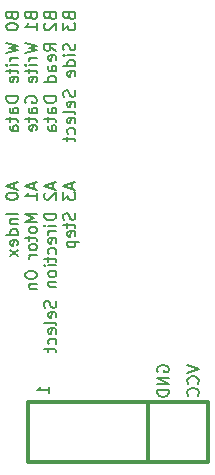
<source format=gbr>
%TF.GenerationSoftware,KiCad,Pcbnew,7.0.1*%
%TF.CreationDate,2024-01-08T20:06:19+01:00*%
%TF.ProjectId,pmod-floppy,706d6f64-2d66-46c6-9f70-70792e6b6963,rev?*%
%TF.SameCoordinates,Original*%
%TF.FileFunction,Legend,Bot*%
%TF.FilePolarity,Positive*%
%FSLAX46Y46*%
G04 Gerber Fmt 4.6, Leading zero omitted, Abs format (unit mm)*
G04 Created by KiCad (PCBNEW 7.0.1) date 2024-01-08 20:06:19*
%MOMM*%
%LPD*%
G01*
G04 APERTURE LIST*
%ADD10C,0.150000*%
%ADD11C,0.304800*%
G04 APERTURE END LIST*
D10*
X153523808Y-109571427D02*
X153571427Y-109714284D01*
X153571427Y-109714284D02*
X153619046Y-109761903D01*
X153619046Y-109761903D02*
X153714284Y-109809522D01*
X153714284Y-109809522D02*
X153857141Y-109809522D01*
X153857141Y-109809522D02*
X153952379Y-109761903D01*
X153952379Y-109761903D02*
X153999999Y-109714284D01*
X153999999Y-109714284D02*
X154047618Y-109619046D01*
X154047618Y-109619046D02*
X154047618Y-109238094D01*
X154047618Y-109238094D02*
X153047618Y-109238094D01*
X153047618Y-109238094D02*
X153047618Y-109571427D01*
X153047618Y-109571427D02*
X153095237Y-109666665D01*
X153095237Y-109666665D02*
X153142856Y-109714284D01*
X153142856Y-109714284D02*
X153238094Y-109761903D01*
X153238094Y-109761903D02*
X153333332Y-109761903D01*
X153333332Y-109761903D02*
X153428570Y-109714284D01*
X153428570Y-109714284D02*
X153476189Y-109666665D01*
X153476189Y-109666665D02*
X153523808Y-109571427D01*
X153523808Y-109571427D02*
X153523808Y-109238094D01*
X153047618Y-110428570D02*
X153047618Y-110523808D01*
X153047618Y-110523808D02*
X153095237Y-110619046D01*
X153095237Y-110619046D02*
X153142856Y-110666665D01*
X153142856Y-110666665D02*
X153238094Y-110714284D01*
X153238094Y-110714284D02*
X153428570Y-110761903D01*
X153428570Y-110761903D02*
X153666665Y-110761903D01*
X153666665Y-110761903D02*
X153857141Y-110714284D01*
X153857141Y-110714284D02*
X153952379Y-110666665D01*
X153952379Y-110666665D02*
X153999999Y-110619046D01*
X153999999Y-110619046D02*
X154047618Y-110523808D01*
X154047618Y-110523808D02*
X154047618Y-110428570D01*
X154047618Y-110428570D02*
X153999999Y-110333332D01*
X153999999Y-110333332D02*
X153952379Y-110285713D01*
X153952379Y-110285713D02*
X153857141Y-110238094D01*
X153857141Y-110238094D02*
X153666665Y-110190475D01*
X153666665Y-110190475D02*
X153428570Y-110190475D01*
X153428570Y-110190475D02*
X153238094Y-110238094D01*
X153238094Y-110238094D02*
X153142856Y-110285713D01*
X153142856Y-110285713D02*
X153095237Y-110333332D01*
X153095237Y-110333332D02*
X153047618Y-110428570D01*
X153047618Y-111857142D02*
X154047618Y-112095237D01*
X154047618Y-112095237D02*
X153333332Y-112285713D01*
X153333332Y-112285713D02*
X154047618Y-112476189D01*
X154047618Y-112476189D02*
X153047618Y-112714285D01*
X154047618Y-113095237D02*
X153380951Y-113095237D01*
X153571427Y-113095237D02*
X153476189Y-113142856D01*
X153476189Y-113142856D02*
X153428570Y-113190475D01*
X153428570Y-113190475D02*
X153380951Y-113285713D01*
X153380951Y-113285713D02*
X153380951Y-113380951D01*
X154047618Y-113714285D02*
X153380951Y-113714285D01*
X153047618Y-113714285D02*
X153095237Y-113666666D01*
X153095237Y-113666666D02*
X153142856Y-113714285D01*
X153142856Y-113714285D02*
X153095237Y-113761904D01*
X153095237Y-113761904D02*
X153047618Y-113714285D01*
X153047618Y-113714285D02*
X153142856Y-113714285D01*
X153380951Y-114047618D02*
X153380951Y-114428570D01*
X153047618Y-114190475D02*
X153904760Y-114190475D01*
X153904760Y-114190475D02*
X153999999Y-114238094D01*
X153999999Y-114238094D02*
X154047618Y-114333332D01*
X154047618Y-114333332D02*
X154047618Y-114428570D01*
X153999999Y-115142856D02*
X154047618Y-115047618D01*
X154047618Y-115047618D02*
X154047618Y-114857142D01*
X154047618Y-114857142D02*
X153999999Y-114761904D01*
X153999999Y-114761904D02*
X153904760Y-114714285D01*
X153904760Y-114714285D02*
X153523808Y-114714285D01*
X153523808Y-114714285D02*
X153428570Y-114761904D01*
X153428570Y-114761904D02*
X153380951Y-114857142D01*
X153380951Y-114857142D02*
X153380951Y-115047618D01*
X153380951Y-115047618D02*
X153428570Y-115142856D01*
X153428570Y-115142856D02*
X153523808Y-115190475D01*
X153523808Y-115190475D02*
X153619046Y-115190475D01*
X153619046Y-115190475D02*
X153714284Y-114714285D01*
X154047618Y-116380952D02*
X153047618Y-116380952D01*
X153047618Y-116380952D02*
X153047618Y-116619047D01*
X153047618Y-116619047D02*
X153095237Y-116761904D01*
X153095237Y-116761904D02*
X153190475Y-116857142D01*
X153190475Y-116857142D02*
X153285713Y-116904761D01*
X153285713Y-116904761D02*
X153476189Y-116952380D01*
X153476189Y-116952380D02*
X153619046Y-116952380D01*
X153619046Y-116952380D02*
X153809522Y-116904761D01*
X153809522Y-116904761D02*
X153904760Y-116857142D01*
X153904760Y-116857142D02*
X153999999Y-116761904D01*
X153999999Y-116761904D02*
X154047618Y-116619047D01*
X154047618Y-116619047D02*
X154047618Y-116380952D01*
X154047618Y-117809523D02*
X153523808Y-117809523D01*
X153523808Y-117809523D02*
X153428570Y-117761904D01*
X153428570Y-117761904D02*
X153380951Y-117666666D01*
X153380951Y-117666666D02*
X153380951Y-117476190D01*
X153380951Y-117476190D02*
X153428570Y-117380952D01*
X153999999Y-117809523D02*
X154047618Y-117714285D01*
X154047618Y-117714285D02*
X154047618Y-117476190D01*
X154047618Y-117476190D02*
X153999999Y-117380952D01*
X153999999Y-117380952D02*
X153904760Y-117333333D01*
X153904760Y-117333333D02*
X153809522Y-117333333D01*
X153809522Y-117333333D02*
X153714284Y-117380952D01*
X153714284Y-117380952D02*
X153666665Y-117476190D01*
X153666665Y-117476190D02*
X153666665Y-117714285D01*
X153666665Y-117714285D02*
X153619046Y-117809523D01*
X153380951Y-118142857D02*
X153380951Y-118523809D01*
X153047618Y-118285714D02*
X153904760Y-118285714D01*
X153904760Y-118285714D02*
X153999999Y-118333333D01*
X153999999Y-118333333D02*
X154047618Y-118428571D01*
X154047618Y-118428571D02*
X154047618Y-118523809D01*
X154047618Y-119285714D02*
X153523808Y-119285714D01*
X153523808Y-119285714D02*
X153428570Y-119238095D01*
X153428570Y-119238095D02*
X153380951Y-119142857D01*
X153380951Y-119142857D02*
X153380951Y-118952381D01*
X153380951Y-118952381D02*
X153428570Y-118857143D01*
X153999999Y-119285714D02*
X154047618Y-119190476D01*
X154047618Y-119190476D02*
X154047618Y-118952381D01*
X154047618Y-118952381D02*
X153999999Y-118857143D01*
X153999999Y-118857143D02*
X153904760Y-118809524D01*
X153904760Y-118809524D02*
X153809522Y-118809524D01*
X153809522Y-118809524D02*
X153714284Y-118857143D01*
X153714284Y-118857143D02*
X153666665Y-118952381D01*
X153666665Y-118952381D02*
X153666665Y-119190476D01*
X153666665Y-119190476D02*
X153619046Y-119285714D01*
X155143808Y-109571427D02*
X155191427Y-109714284D01*
X155191427Y-109714284D02*
X155239046Y-109761903D01*
X155239046Y-109761903D02*
X155334284Y-109809522D01*
X155334284Y-109809522D02*
X155477141Y-109809522D01*
X155477141Y-109809522D02*
X155572379Y-109761903D01*
X155572379Y-109761903D02*
X155619999Y-109714284D01*
X155619999Y-109714284D02*
X155667618Y-109619046D01*
X155667618Y-109619046D02*
X155667618Y-109238094D01*
X155667618Y-109238094D02*
X154667618Y-109238094D01*
X154667618Y-109238094D02*
X154667618Y-109571427D01*
X154667618Y-109571427D02*
X154715237Y-109666665D01*
X154715237Y-109666665D02*
X154762856Y-109714284D01*
X154762856Y-109714284D02*
X154858094Y-109761903D01*
X154858094Y-109761903D02*
X154953332Y-109761903D01*
X154953332Y-109761903D02*
X155048570Y-109714284D01*
X155048570Y-109714284D02*
X155096189Y-109666665D01*
X155096189Y-109666665D02*
X155143808Y-109571427D01*
X155143808Y-109571427D02*
X155143808Y-109238094D01*
X155667618Y-110761903D02*
X155667618Y-110190475D01*
X155667618Y-110476189D02*
X154667618Y-110476189D01*
X154667618Y-110476189D02*
X154810475Y-110380951D01*
X154810475Y-110380951D02*
X154905713Y-110285713D01*
X154905713Y-110285713D02*
X154953332Y-110190475D01*
X154667618Y-111857142D02*
X155667618Y-112095237D01*
X155667618Y-112095237D02*
X154953332Y-112285713D01*
X154953332Y-112285713D02*
X155667618Y-112476189D01*
X155667618Y-112476189D02*
X154667618Y-112714285D01*
X155667618Y-113095237D02*
X155000951Y-113095237D01*
X155191427Y-113095237D02*
X155096189Y-113142856D01*
X155096189Y-113142856D02*
X155048570Y-113190475D01*
X155048570Y-113190475D02*
X155000951Y-113285713D01*
X155000951Y-113285713D02*
X155000951Y-113380951D01*
X155667618Y-113714285D02*
X155000951Y-113714285D01*
X154667618Y-113714285D02*
X154715237Y-113666666D01*
X154715237Y-113666666D02*
X154762856Y-113714285D01*
X154762856Y-113714285D02*
X154715237Y-113761904D01*
X154715237Y-113761904D02*
X154667618Y-113714285D01*
X154667618Y-113714285D02*
X154762856Y-113714285D01*
X155000951Y-114047618D02*
X155000951Y-114428570D01*
X154667618Y-114190475D02*
X155524760Y-114190475D01*
X155524760Y-114190475D02*
X155619999Y-114238094D01*
X155619999Y-114238094D02*
X155667618Y-114333332D01*
X155667618Y-114333332D02*
X155667618Y-114428570D01*
X155619999Y-115142856D02*
X155667618Y-115047618D01*
X155667618Y-115047618D02*
X155667618Y-114857142D01*
X155667618Y-114857142D02*
X155619999Y-114761904D01*
X155619999Y-114761904D02*
X155524760Y-114714285D01*
X155524760Y-114714285D02*
X155143808Y-114714285D01*
X155143808Y-114714285D02*
X155048570Y-114761904D01*
X155048570Y-114761904D02*
X155000951Y-114857142D01*
X155000951Y-114857142D02*
X155000951Y-115047618D01*
X155000951Y-115047618D02*
X155048570Y-115142856D01*
X155048570Y-115142856D02*
X155143808Y-115190475D01*
X155143808Y-115190475D02*
X155239046Y-115190475D01*
X155239046Y-115190475D02*
X155334284Y-114714285D01*
X154715237Y-116904761D02*
X154667618Y-116809523D01*
X154667618Y-116809523D02*
X154667618Y-116666666D01*
X154667618Y-116666666D02*
X154715237Y-116523809D01*
X154715237Y-116523809D02*
X154810475Y-116428571D01*
X154810475Y-116428571D02*
X154905713Y-116380952D01*
X154905713Y-116380952D02*
X155096189Y-116333333D01*
X155096189Y-116333333D02*
X155239046Y-116333333D01*
X155239046Y-116333333D02*
X155429522Y-116380952D01*
X155429522Y-116380952D02*
X155524760Y-116428571D01*
X155524760Y-116428571D02*
X155619999Y-116523809D01*
X155619999Y-116523809D02*
X155667618Y-116666666D01*
X155667618Y-116666666D02*
X155667618Y-116761904D01*
X155667618Y-116761904D02*
X155619999Y-116904761D01*
X155619999Y-116904761D02*
X155572379Y-116952380D01*
X155572379Y-116952380D02*
X155239046Y-116952380D01*
X155239046Y-116952380D02*
X155239046Y-116761904D01*
X155667618Y-117809523D02*
X155143808Y-117809523D01*
X155143808Y-117809523D02*
X155048570Y-117761904D01*
X155048570Y-117761904D02*
X155000951Y-117666666D01*
X155000951Y-117666666D02*
X155000951Y-117476190D01*
X155000951Y-117476190D02*
X155048570Y-117380952D01*
X155619999Y-117809523D02*
X155667618Y-117714285D01*
X155667618Y-117714285D02*
X155667618Y-117476190D01*
X155667618Y-117476190D02*
X155619999Y-117380952D01*
X155619999Y-117380952D02*
X155524760Y-117333333D01*
X155524760Y-117333333D02*
X155429522Y-117333333D01*
X155429522Y-117333333D02*
X155334284Y-117380952D01*
X155334284Y-117380952D02*
X155286665Y-117476190D01*
X155286665Y-117476190D02*
X155286665Y-117714285D01*
X155286665Y-117714285D02*
X155239046Y-117809523D01*
X155000951Y-118142857D02*
X155000951Y-118523809D01*
X154667618Y-118285714D02*
X155524760Y-118285714D01*
X155524760Y-118285714D02*
X155619999Y-118333333D01*
X155619999Y-118333333D02*
X155667618Y-118428571D01*
X155667618Y-118428571D02*
X155667618Y-118523809D01*
X155619999Y-119238095D02*
X155667618Y-119142857D01*
X155667618Y-119142857D02*
X155667618Y-118952381D01*
X155667618Y-118952381D02*
X155619999Y-118857143D01*
X155619999Y-118857143D02*
X155524760Y-118809524D01*
X155524760Y-118809524D02*
X155143808Y-118809524D01*
X155143808Y-118809524D02*
X155048570Y-118857143D01*
X155048570Y-118857143D02*
X155000951Y-118952381D01*
X155000951Y-118952381D02*
X155000951Y-119142857D01*
X155000951Y-119142857D02*
X155048570Y-119238095D01*
X155048570Y-119238095D02*
X155143808Y-119285714D01*
X155143808Y-119285714D02*
X155239046Y-119285714D01*
X155239046Y-119285714D02*
X155334284Y-118809524D01*
X156763808Y-109571427D02*
X156811427Y-109714284D01*
X156811427Y-109714284D02*
X156859046Y-109761903D01*
X156859046Y-109761903D02*
X156954284Y-109809522D01*
X156954284Y-109809522D02*
X157097141Y-109809522D01*
X157097141Y-109809522D02*
X157192379Y-109761903D01*
X157192379Y-109761903D02*
X157239999Y-109714284D01*
X157239999Y-109714284D02*
X157287618Y-109619046D01*
X157287618Y-109619046D02*
X157287618Y-109238094D01*
X157287618Y-109238094D02*
X156287618Y-109238094D01*
X156287618Y-109238094D02*
X156287618Y-109571427D01*
X156287618Y-109571427D02*
X156335237Y-109666665D01*
X156335237Y-109666665D02*
X156382856Y-109714284D01*
X156382856Y-109714284D02*
X156478094Y-109761903D01*
X156478094Y-109761903D02*
X156573332Y-109761903D01*
X156573332Y-109761903D02*
X156668570Y-109714284D01*
X156668570Y-109714284D02*
X156716189Y-109666665D01*
X156716189Y-109666665D02*
X156763808Y-109571427D01*
X156763808Y-109571427D02*
X156763808Y-109238094D01*
X156382856Y-110190475D02*
X156335237Y-110238094D01*
X156335237Y-110238094D02*
X156287618Y-110333332D01*
X156287618Y-110333332D02*
X156287618Y-110571427D01*
X156287618Y-110571427D02*
X156335237Y-110666665D01*
X156335237Y-110666665D02*
X156382856Y-110714284D01*
X156382856Y-110714284D02*
X156478094Y-110761903D01*
X156478094Y-110761903D02*
X156573332Y-110761903D01*
X156573332Y-110761903D02*
X156716189Y-110714284D01*
X156716189Y-110714284D02*
X157287618Y-110142856D01*
X157287618Y-110142856D02*
X157287618Y-110761903D01*
X157287618Y-112523808D02*
X156811427Y-112190475D01*
X157287618Y-111952380D02*
X156287618Y-111952380D01*
X156287618Y-111952380D02*
X156287618Y-112333332D01*
X156287618Y-112333332D02*
X156335237Y-112428570D01*
X156335237Y-112428570D02*
X156382856Y-112476189D01*
X156382856Y-112476189D02*
X156478094Y-112523808D01*
X156478094Y-112523808D02*
X156620951Y-112523808D01*
X156620951Y-112523808D02*
X156716189Y-112476189D01*
X156716189Y-112476189D02*
X156763808Y-112428570D01*
X156763808Y-112428570D02*
X156811427Y-112333332D01*
X156811427Y-112333332D02*
X156811427Y-111952380D01*
X157239999Y-113333332D02*
X157287618Y-113238094D01*
X157287618Y-113238094D02*
X157287618Y-113047618D01*
X157287618Y-113047618D02*
X157239999Y-112952380D01*
X157239999Y-112952380D02*
X157144760Y-112904761D01*
X157144760Y-112904761D02*
X156763808Y-112904761D01*
X156763808Y-112904761D02*
X156668570Y-112952380D01*
X156668570Y-112952380D02*
X156620951Y-113047618D01*
X156620951Y-113047618D02*
X156620951Y-113238094D01*
X156620951Y-113238094D02*
X156668570Y-113333332D01*
X156668570Y-113333332D02*
X156763808Y-113380951D01*
X156763808Y-113380951D02*
X156859046Y-113380951D01*
X156859046Y-113380951D02*
X156954284Y-112904761D01*
X157287618Y-114238094D02*
X156763808Y-114238094D01*
X156763808Y-114238094D02*
X156668570Y-114190475D01*
X156668570Y-114190475D02*
X156620951Y-114095237D01*
X156620951Y-114095237D02*
X156620951Y-113904761D01*
X156620951Y-113904761D02*
X156668570Y-113809523D01*
X157239999Y-114238094D02*
X157287618Y-114142856D01*
X157287618Y-114142856D02*
X157287618Y-113904761D01*
X157287618Y-113904761D02*
X157239999Y-113809523D01*
X157239999Y-113809523D02*
X157144760Y-113761904D01*
X157144760Y-113761904D02*
X157049522Y-113761904D01*
X157049522Y-113761904D02*
X156954284Y-113809523D01*
X156954284Y-113809523D02*
X156906665Y-113904761D01*
X156906665Y-113904761D02*
X156906665Y-114142856D01*
X156906665Y-114142856D02*
X156859046Y-114238094D01*
X157287618Y-115142856D02*
X156287618Y-115142856D01*
X157239999Y-115142856D02*
X157287618Y-115047618D01*
X157287618Y-115047618D02*
X157287618Y-114857142D01*
X157287618Y-114857142D02*
X157239999Y-114761904D01*
X157239999Y-114761904D02*
X157192379Y-114714285D01*
X157192379Y-114714285D02*
X157097141Y-114666666D01*
X157097141Y-114666666D02*
X156811427Y-114666666D01*
X156811427Y-114666666D02*
X156716189Y-114714285D01*
X156716189Y-114714285D02*
X156668570Y-114761904D01*
X156668570Y-114761904D02*
X156620951Y-114857142D01*
X156620951Y-114857142D02*
X156620951Y-115047618D01*
X156620951Y-115047618D02*
X156668570Y-115142856D01*
X157287618Y-116380952D02*
X156287618Y-116380952D01*
X156287618Y-116380952D02*
X156287618Y-116619047D01*
X156287618Y-116619047D02*
X156335237Y-116761904D01*
X156335237Y-116761904D02*
X156430475Y-116857142D01*
X156430475Y-116857142D02*
X156525713Y-116904761D01*
X156525713Y-116904761D02*
X156716189Y-116952380D01*
X156716189Y-116952380D02*
X156859046Y-116952380D01*
X156859046Y-116952380D02*
X157049522Y-116904761D01*
X157049522Y-116904761D02*
X157144760Y-116857142D01*
X157144760Y-116857142D02*
X157239999Y-116761904D01*
X157239999Y-116761904D02*
X157287618Y-116619047D01*
X157287618Y-116619047D02*
X157287618Y-116380952D01*
X157287618Y-117809523D02*
X156763808Y-117809523D01*
X156763808Y-117809523D02*
X156668570Y-117761904D01*
X156668570Y-117761904D02*
X156620951Y-117666666D01*
X156620951Y-117666666D02*
X156620951Y-117476190D01*
X156620951Y-117476190D02*
X156668570Y-117380952D01*
X157239999Y-117809523D02*
X157287618Y-117714285D01*
X157287618Y-117714285D02*
X157287618Y-117476190D01*
X157287618Y-117476190D02*
X157239999Y-117380952D01*
X157239999Y-117380952D02*
X157144760Y-117333333D01*
X157144760Y-117333333D02*
X157049522Y-117333333D01*
X157049522Y-117333333D02*
X156954284Y-117380952D01*
X156954284Y-117380952D02*
X156906665Y-117476190D01*
X156906665Y-117476190D02*
X156906665Y-117714285D01*
X156906665Y-117714285D02*
X156859046Y-117809523D01*
X156620951Y-118142857D02*
X156620951Y-118523809D01*
X156287618Y-118285714D02*
X157144760Y-118285714D01*
X157144760Y-118285714D02*
X157239999Y-118333333D01*
X157239999Y-118333333D02*
X157287618Y-118428571D01*
X157287618Y-118428571D02*
X157287618Y-118523809D01*
X157287618Y-119285714D02*
X156763808Y-119285714D01*
X156763808Y-119285714D02*
X156668570Y-119238095D01*
X156668570Y-119238095D02*
X156620951Y-119142857D01*
X156620951Y-119142857D02*
X156620951Y-118952381D01*
X156620951Y-118952381D02*
X156668570Y-118857143D01*
X157239999Y-119285714D02*
X157287618Y-119190476D01*
X157287618Y-119190476D02*
X157287618Y-118952381D01*
X157287618Y-118952381D02*
X157239999Y-118857143D01*
X157239999Y-118857143D02*
X157144760Y-118809524D01*
X157144760Y-118809524D02*
X157049522Y-118809524D01*
X157049522Y-118809524D02*
X156954284Y-118857143D01*
X156954284Y-118857143D02*
X156906665Y-118952381D01*
X156906665Y-118952381D02*
X156906665Y-119190476D01*
X156906665Y-119190476D02*
X156859046Y-119285714D01*
X158383808Y-109571427D02*
X158431427Y-109714284D01*
X158431427Y-109714284D02*
X158479046Y-109761903D01*
X158479046Y-109761903D02*
X158574284Y-109809522D01*
X158574284Y-109809522D02*
X158717141Y-109809522D01*
X158717141Y-109809522D02*
X158812379Y-109761903D01*
X158812379Y-109761903D02*
X158859999Y-109714284D01*
X158859999Y-109714284D02*
X158907618Y-109619046D01*
X158907618Y-109619046D02*
X158907618Y-109238094D01*
X158907618Y-109238094D02*
X157907618Y-109238094D01*
X157907618Y-109238094D02*
X157907618Y-109571427D01*
X157907618Y-109571427D02*
X157955237Y-109666665D01*
X157955237Y-109666665D02*
X158002856Y-109714284D01*
X158002856Y-109714284D02*
X158098094Y-109761903D01*
X158098094Y-109761903D02*
X158193332Y-109761903D01*
X158193332Y-109761903D02*
X158288570Y-109714284D01*
X158288570Y-109714284D02*
X158336189Y-109666665D01*
X158336189Y-109666665D02*
X158383808Y-109571427D01*
X158383808Y-109571427D02*
X158383808Y-109238094D01*
X157907618Y-110142856D02*
X157907618Y-110761903D01*
X157907618Y-110761903D02*
X158288570Y-110428570D01*
X158288570Y-110428570D02*
X158288570Y-110571427D01*
X158288570Y-110571427D02*
X158336189Y-110666665D01*
X158336189Y-110666665D02*
X158383808Y-110714284D01*
X158383808Y-110714284D02*
X158479046Y-110761903D01*
X158479046Y-110761903D02*
X158717141Y-110761903D01*
X158717141Y-110761903D02*
X158812379Y-110714284D01*
X158812379Y-110714284D02*
X158859999Y-110666665D01*
X158859999Y-110666665D02*
X158907618Y-110571427D01*
X158907618Y-110571427D02*
X158907618Y-110285713D01*
X158907618Y-110285713D02*
X158859999Y-110190475D01*
X158859999Y-110190475D02*
X158812379Y-110142856D01*
X158859999Y-111904761D02*
X158907618Y-112047618D01*
X158907618Y-112047618D02*
X158907618Y-112285713D01*
X158907618Y-112285713D02*
X158859999Y-112380951D01*
X158859999Y-112380951D02*
X158812379Y-112428570D01*
X158812379Y-112428570D02*
X158717141Y-112476189D01*
X158717141Y-112476189D02*
X158621903Y-112476189D01*
X158621903Y-112476189D02*
X158526665Y-112428570D01*
X158526665Y-112428570D02*
X158479046Y-112380951D01*
X158479046Y-112380951D02*
X158431427Y-112285713D01*
X158431427Y-112285713D02*
X158383808Y-112095237D01*
X158383808Y-112095237D02*
X158336189Y-111999999D01*
X158336189Y-111999999D02*
X158288570Y-111952380D01*
X158288570Y-111952380D02*
X158193332Y-111904761D01*
X158193332Y-111904761D02*
X158098094Y-111904761D01*
X158098094Y-111904761D02*
X158002856Y-111952380D01*
X158002856Y-111952380D02*
X157955237Y-111999999D01*
X157955237Y-111999999D02*
X157907618Y-112095237D01*
X157907618Y-112095237D02*
X157907618Y-112333332D01*
X157907618Y-112333332D02*
X157955237Y-112476189D01*
X158907618Y-112904761D02*
X158240951Y-112904761D01*
X157907618Y-112904761D02*
X157955237Y-112857142D01*
X157955237Y-112857142D02*
X158002856Y-112904761D01*
X158002856Y-112904761D02*
X157955237Y-112952380D01*
X157955237Y-112952380D02*
X157907618Y-112904761D01*
X157907618Y-112904761D02*
X158002856Y-112904761D01*
X158907618Y-113809522D02*
X157907618Y-113809522D01*
X158859999Y-113809522D02*
X158907618Y-113714284D01*
X158907618Y-113714284D02*
X158907618Y-113523808D01*
X158907618Y-113523808D02*
X158859999Y-113428570D01*
X158859999Y-113428570D02*
X158812379Y-113380951D01*
X158812379Y-113380951D02*
X158717141Y-113333332D01*
X158717141Y-113333332D02*
X158431427Y-113333332D01*
X158431427Y-113333332D02*
X158336189Y-113380951D01*
X158336189Y-113380951D02*
X158288570Y-113428570D01*
X158288570Y-113428570D02*
X158240951Y-113523808D01*
X158240951Y-113523808D02*
X158240951Y-113714284D01*
X158240951Y-113714284D02*
X158288570Y-113809522D01*
X158859999Y-114666665D02*
X158907618Y-114571427D01*
X158907618Y-114571427D02*
X158907618Y-114380951D01*
X158907618Y-114380951D02*
X158859999Y-114285713D01*
X158859999Y-114285713D02*
X158764760Y-114238094D01*
X158764760Y-114238094D02*
X158383808Y-114238094D01*
X158383808Y-114238094D02*
X158288570Y-114285713D01*
X158288570Y-114285713D02*
X158240951Y-114380951D01*
X158240951Y-114380951D02*
X158240951Y-114571427D01*
X158240951Y-114571427D02*
X158288570Y-114666665D01*
X158288570Y-114666665D02*
X158383808Y-114714284D01*
X158383808Y-114714284D02*
X158479046Y-114714284D01*
X158479046Y-114714284D02*
X158574284Y-114238094D01*
X158859999Y-115857142D02*
X158907618Y-115999999D01*
X158907618Y-115999999D02*
X158907618Y-116238094D01*
X158907618Y-116238094D02*
X158859999Y-116333332D01*
X158859999Y-116333332D02*
X158812379Y-116380951D01*
X158812379Y-116380951D02*
X158717141Y-116428570D01*
X158717141Y-116428570D02*
X158621903Y-116428570D01*
X158621903Y-116428570D02*
X158526665Y-116380951D01*
X158526665Y-116380951D02*
X158479046Y-116333332D01*
X158479046Y-116333332D02*
X158431427Y-116238094D01*
X158431427Y-116238094D02*
X158383808Y-116047618D01*
X158383808Y-116047618D02*
X158336189Y-115952380D01*
X158336189Y-115952380D02*
X158288570Y-115904761D01*
X158288570Y-115904761D02*
X158193332Y-115857142D01*
X158193332Y-115857142D02*
X158098094Y-115857142D01*
X158098094Y-115857142D02*
X158002856Y-115904761D01*
X158002856Y-115904761D02*
X157955237Y-115952380D01*
X157955237Y-115952380D02*
X157907618Y-116047618D01*
X157907618Y-116047618D02*
X157907618Y-116285713D01*
X157907618Y-116285713D02*
X157955237Y-116428570D01*
X158859999Y-117238094D02*
X158907618Y-117142856D01*
X158907618Y-117142856D02*
X158907618Y-116952380D01*
X158907618Y-116952380D02*
X158859999Y-116857142D01*
X158859999Y-116857142D02*
X158764760Y-116809523D01*
X158764760Y-116809523D02*
X158383808Y-116809523D01*
X158383808Y-116809523D02*
X158288570Y-116857142D01*
X158288570Y-116857142D02*
X158240951Y-116952380D01*
X158240951Y-116952380D02*
X158240951Y-117142856D01*
X158240951Y-117142856D02*
X158288570Y-117238094D01*
X158288570Y-117238094D02*
X158383808Y-117285713D01*
X158383808Y-117285713D02*
X158479046Y-117285713D01*
X158479046Y-117285713D02*
X158574284Y-116809523D01*
X158907618Y-117857142D02*
X158859999Y-117761904D01*
X158859999Y-117761904D02*
X158764760Y-117714285D01*
X158764760Y-117714285D02*
X157907618Y-117714285D01*
X158859999Y-118619047D02*
X158907618Y-118523809D01*
X158907618Y-118523809D02*
X158907618Y-118333333D01*
X158907618Y-118333333D02*
X158859999Y-118238095D01*
X158859999Y-118238095D02*
X158764760Y-118190476D01*
X158764760Y-118190476D02*
X158383808Y-118190476D01*
X158383808Y-118190476D02*
X158288570Y-118238095D01*
X158288570Y-118238095D02*
X158240951Y-118333333D01*
X158240951Y-118333333D02*
X158240951Y-118523809D01*
X158240951Y-118523809D02*
X158288570Y-118619047D01*
X158288570Y-118619047D02*
X158383808Y-118666666D01*
X158383808Y-118666666D02*
X158479046Y-118666666D01*
X158479046Y-118666666D02*
X158574284Y-118190476D01*
X158859999Y-119523809D02*
X158907618Y-119428571D01*
X158907618Y-119428571D02*
X158907618Y-119238095D01*
X158907618Y-119238095D02*
X158859999Y-119142857D01*
X158859999Y-119142857D02*
X158812379Y-119095238D01*
X158812379Y-119095238D02*
X158717141Y-119047619D01*
X158717141Y-119047619D02*
X158431427Y-119047619D01*
X158431427Y-119047619D02*
X158336189Y-119095238D01*
X158336189Y-119095238D02*
X158288570Y-119142857D01*
X158288570Y-119142857D02*
X158240951Y-119238095D01*
X158240951Y-119238095D02*
X158240951Y-119428571D01*
X158240951Y-119428571D02*
X158288570Y-119523809D01*
X158240951Y-119809524D02*
X158240951Y-120190476D01*
X157907618Y-119952381D02*
X158764760Y-119952381D01*
X158764760Y-119952381D02*
X158859999Y-120000000D01*
X158859999Y-120000000D02*
X158907618Y-120095238D01*
X158907618Y-120095238D02*
X158907618Y-120190476D01*
X153761903Y-123690475D02*
X153761903Y-124166665D01*
X154047618Y-123595237D02*
X153047618Y-123928570D01*
X153047618Y-123928570D02*
X154047618Y-124261903D01*
X153047618Y-124785713D02*
X153047618Y-124880951D01*
X153047618Y-124880951D02*
X153095237Y-124976189D01*
X153095237Y-124976189D02*
X153142856Y-125023808D01*
X153142856Y-125023808D02*
X153238094Y-125071427D01*
X153238094Y-125071427D02*
X153428570Y-125119046D01*
X153428570Y-125119046D02*
X153666665Y-125119046D01*
X153666665Y-125119046D02*
X153857141Y-125071427D01*
X153857141Y-125071427D02*
X153952379Y-125023808D01*
X153952379Y-125023808D02*
X153999999Y-124976189D01*
X153999999Y-124976189D02*
X154047618Y-124880951D01*
X154047618Y-124880951D02*
X154047618Y-124785713D01*
X154047618Y-124785713D02*
X153999999Y-124690475D01*
X153999999Y-124690475D02*
X153952379Y-124642856D01*
X153952379Y-124642856D02*
X153857141Y-124595237D01*
X153857141Y-124595237D02*
X153666665Y-124547618D01*
X153666665Y-124547618D02*
X153428570Y-124547618D01*
X153428570Y-124547618D02*
X153238094Y-124595237D01*
X153238094Y-124595237D02*
X153142856Y-124642856D01*
X153142856Y-124642856D02*
X153095237Y-124690475D01*
X153095237Y-124690475D02*
X153047618Y-124785713D01*
X154047618Y-126309523D02*
X153047618Y-126309523D01*
X153380951Y-126785713D02*
X154047618Y-126785713D01*
X153476189Y-126785713D02*
X153428570Y-126833332D01*
X153428570Y-126833332D02*
X153380951Y-126928570D01*
X153380951Y-126928570D02*
X153380951Y-127071427D01*
X153380951Y-127071427D02*
X153428570Y-127166665D01*
X153428570Y-127166665D02*
X153523808Y-127214284D01*
X153523808Y-127214284D02*
X154047618Y-127214284D01*
X154047618Y-128119046D02*
X153047618Y-128119046D01*
X153999999Y-128119046D02*
X154047618Y-128023808D01*
X154047618Y-128023808D02*
X154047618Y-127833332D01*
X154047618Y-127833332D02*
X153999999Y-127738094D01*
X153999999Y-127738094D02*
X153952379Y-127690475D01*
X153952379Y-127690475D02*
X153857141Y-127642856D01*
X153857141Y-127642856D02*
X153571427Y-127642856D01*
X153571427Y-127642856D02*
X153476189Y-127690475D01*
X153476189Y-127690475D02*
X153428570Y-127738094D01*
X153428570Y-127738094D02*
X153380951Y-127833332D01*
X153380951Y-127833332D02*
X153380951Y-128023808D01*
X153380951Y-128023808D02*
X153428570Y-128119046D01*
X153999999Y-128976189D02*
X154047618Y-128880951D01*
X154047618Y-128880951D02*
X154047618Y-128690475D01*
X154047618Y-128690475D02*
X153999999Y-128595237D01*
X153999999Y-128595237D02*
X153904760Y-128547618D01*
X153904760Y-128547618D02*
X153523808Y-128547618D01*
X153523808Y-128547618D02*
X153428570Y-128595237D01*
X153428570Y-128595237D02*
X153380951Y-128690475D01*
X153380951Y-128690475D02*
X153380951Y-128880951D01*
X153380951Y-128880951D02*
X153428570Y-128976189D01*
X153428570Y-128976189D02*
X153523808Y-129023808D01*
X153523808Y-129023808D02*
X153619046Y-129023808D01*
X153619046Y-129023808D02*
X153714284Y-128547618D01*
X154047618Y-129357142D02*
X153380951Y-129880951D01*
X153380951Y-129357142D02*
X154047618Y-129880951D01*
X155381903Y-123690475D02*
X155381903Y-124166665D01*
X155667618Y-123595237D02*
X154667618Y-123928570D01*
X154667618Y-123928570D02*
X155667618Y-124261903D01*
X155667618Y-125119046D02*
X155667618Y-124547618D01*
X155667618Y-124833332D02*
X154667618Y-124833332D01*
X154667618Y-124833332D02*
X154810475Y-124738094D01*
X154810475Y-124738094D02*
X154905713Y-124642856D01*
X154905713Y-124642856D02*
X154953332Y-124547618D01*
X155667618Y-126309523D02*
X154667618Y-126309523D01*
X154667618Y-126309523D02*
X155381903Y-126642856D01*
X155381903Y-126642856D02*
X154667618Y-126976189D01*
X154667618Y-126976189D02*
X155667618Y-126976189D01*
X155667618Y-127595237D02*
X155619999Y-127499999D01*
X155619999Y-127499999D02*
X155572379Y-127452380D01*
X155572379Y-127452380D02*
X155477141Y-127404761D01*
X155477141Y-127404761D02*
X155191427Y-127404761D01*
X155191427Y-127404761D02*
X155096189Y-127452380D01*
X155096189Y-127452380D02*
X155048570Y-127499999D01*
X155048570Y-127499999D02*
X155000951Y-127595237D01*
X155000951Y-127595237D02*
X155000951Y-127738094D01*
X155000951Y-127738094D02*
X155048570Y-127833332D01*
X155048570Y-127833332D02*
X155096189Y-127880951D01*
X155096189Y-127880951D02*
X155191427Y-127928570D01*
X155191427Y-127928570D02*
X155477141Y-127928570D01*
X155477141Y-127928570D02*
X155572379Y-127880951D01*
X155572379Y-127880951D02*
X155619999Y-127833332D01*
X155619999Y-127833332D02*
X155667618Y-127738094D01*
X155667618Y-127738094D02*
X155667618Y-127595237D01*
X155000951Y-128214285D02*
X155000951Y-128595237D01*
X154667618Y-128357142D02*
X155524760Y-128357142D01*
X155524760Y-128357142D02*
X155619999Y-128404761D01*
X155619999Y-128404761D02*
X155667618Y-128499999D01*
X155667618Y-128499999D02*
X155667618Y-128595237D01*
X155667618Y-129071428D02*
X155619999Y-128976190D01*
X155619999Y-128976190D02*
X155572379Y-128928571D01*
X155572379Y-128928571D02*
X155477141Y-128880952D01*
X155477141Y-128880952D02*
X155191427Y-128880952D01*
X155191427Y-128880952D02*
X155096189Y-128928571D01*
X155096189Y-128928571D02*
X155048570Y-128976190D01*
X155048570Y-128976190D02*
X155000951Y-129071428D01*
X155000951Y-129071428D02*
X155000951Y-129214285D01*
X155000951Y-129214285D02*
X155048570Y-129309523D01*
X155048570Y-129309523D02*
X155096189Y-129357142D01*
X155096189Y-129357142D02*
X155191427Y-129404761D01*
X155191427Y-129404761D02*
X155477141Y-129404761D01*
X155477141Y-129404761D02*
X155572379Y-129357142D01*
X155572379Y-129357142D02*
X155619999Y-129309523D01*
X155619999Y-129309523D02*
X155667618Y-129214285D01*
X155667618Y-129214285D02*
X155667618Y-129071428D01*
X155667618Y-129833333D02*
X155000951Y-129833333D01*
X155191427Y-129833333D02*
X155096189Y-129880952D01*
X155096189Y-129880952D02*
X155048570Y-129928571D01*
X155048570Y-129928571D02*
X155000951Y-130023809D01*
X155000951Y-130023809D02*
X155000951Y-130119047D01*
X154667618Y-131404762D02*
X154667618Y-131595238D01*
X154667618Y-131595238D02*
X154715237Y-131690476D01*
X154715237Y-131690476D02*
X154810475Y-131785714D01*
X154810475Y-131785714D02*
X155000951Y-131833333D01*
X155000951Y-131833333D02*
X155334284Y-131833333D01*
X155334284Y-131833333D02*
X155524760Y-131785714D01*
X155524760Y-131785714D02*
X155619999Y-131690476D01*
X155619999Y-131690476D02*
X155667618Y-131595238D01*
X155667618Y-131595238D02*
X155667618Y-131404762D01*
X155667618Y-131404762D02*
X155619999Y-131309524D01*
X155619999Y-131309524D02*
X155524760Y-131214286D01*
X155524760Y-131214286D02*
X155334284Y-131166667D01*
X155334284Y-131166667D02*
X155000951Y-131166667D01*
X155000951Y-131166667D02*
X154810475Y-131214286D01*
X154810475Y-131214286D02*
X154715237Y-131309524D01*
X154715237Y-131309524D02*
X154667618Y-131404762D01*
X155000951Y-132261905D02*
X155667618Y-132261905D01*
X155096189Y-132261905D02*
X155048570Y-132309524D01*
X155048570Y-132309524D02*
X155000951Y-132404762D01*
X155000951Y-132404762D02*
X155000951Y-132547619D01*
X155000951Y-132547619D02*
X155048570Y-132642857D01*
X155048570Y-132642857D02*
X155143808Y-132690476D01*
X155143808Y-132690476D02*
X155667618Y-132690476D01*
X157001903Y-123690475D02*
X157001903Y-124166665D01*
X157287618Y-123595237D02*
X156287618Y-123928570D01*
X156287618Y-123928570D02*
X157287618Y-124261903D01*
X156382856Y-124547618D02*
X156335237Y-124595237D01*
X156335237Y-124595237D02*
X156287618Y-124690475D01*
X156287618Y-124690475D02*
X156287618Y-124928570D01*
X156287618Y-124928570D02*
X156335237Y-125023808D01*
X156335237Y-125023808D02*
X156382856Y-125071427D01*
X156382856Y-125071427D02*
X156478094Y-125119046D01*
X156478094Y-125119046D02*
X156573332Y-125119046D01*
X156573332Y-125119046D02*
X156716189Y-125071427D01*
X156716189Y-125071427D02*
X157287618Y-124499999D01*
X157287618Y-124499999D02*
X157287618Y-125119046D01*
X157287618Y-126309523D02*
X156287618Y-126309523D01*
X156287618Y-126309523D02*
X156287618Y-126547618D01*
X156287618Y-126547618D02*
X156335237Y-126690475D01*
X156335237Y-126690475D02*
X156430475Y-126785713D01*
X156430475Y-126785713D02*
X156525713Y-126833332D01*
X156525713Y-126833332D02*
X156716189Y-126880951D01*
X156716189Y-126880951D02*
X156859046Y-126880951D01*
X156859046Y-126880951D02*
X157049522Y-126833332D01*
X157049522Y-126833332D02*
X157144760Y-126785713D01*
X157144760Y-126785713D02*
X157239999Y-126690475D01*
X157239999Y-126690475D02*
X157287618Y-126547618D01*
X157287618Y-126547618D02*
X157287618Y-126309523D01*
X157287618Y-127309523D02*
X156620951Y-127309523D01*
X156287618Y-127309523D02*
X156335237Y-127261904D01*
X156335237Y-127261904D02*
X156382856Y-127309523D01*
X156382856Y-127309523D02*
X156335237Y-127357142D01*
X156335237Y-127357142D02*
X156287618Y-127309523D01*
X156287618Y-127309523D02*
X156382856Y-127309523D01*
X157287618Y-127785713D02*
X156620951Y-127785713D01*
X156811427Y-127785713D02*
X156716189Y-127833332D01*
X156716189Y-127833332D02*
X156668570Y-127880951D01*
X156668570Y-127880951D02*
X156620951Y-127976189D01*
X156620951Y-127976189D02*
X156620951Y-128071427D01*
X157239999Y-128785713D02*
X157287618Y-128690475D01*
X157287618Y-128690475D02*
X157287618Y-128499999D01*
X157287618Y-128499999D02*
X157239999Y-128404761D01*
X157239999Y-128404761D02*
X157144760Y-128357142D01*
X157144760Y-128357142D02*
X156763808Y-128357142D01*
X156763808Y-128357142D02*
X156668570Y-128404761D01*
X156668570Y-128404761D02*
X156620951Y-128499999D01*
X156620951Y-128499999D02*
X156620951Y-128690475D01*
X156620951Y-128690475D02*
X156668570Y-128785713D01*
X156668570Y-128785713D02*
X156763808Y-128833332D01*
X156763808Y-128833332D02*
X156859046Y-128833332D01*
X156859046Y-128833332D02*
X156954284Y-128357142D01*
X157239999Y-129690475D02*
X157287618Y-129595237D01*
X157287618Y-129595237D02*
X157287618Y-129404761D01*
X157287618Y-129404761D02*
X157239999Y-129309523D01*
X157239999Y-129309523D02*
X157192379Y-129261904D01*
X157192379Y-129261904D02*
X157097141Y-129214285D01*
X157097141Y-129214285D02*
X156811427Y-129214285D01*
X156811427Y-129214285D02*
X156716189Y-129261904D01*
X156716189Y-129261904D02*
X156668570Y-129309523D01*
X156668570Y-129309523D02*
X156620951Y-129404761D01*
X156620951Y-129404761D02*
X156620951Y-129595237D01*
X156620951Y-129595237D02*
X156668570Y-129690475D01*
X156620951Y-129976190D02*
X156620951Y-130357142D01*
X156287618Y-130119047D02*
X157144760Y-130119047D01*
X157144760Y-130119047D02*
X157239999Y-130166666D01*
X157239999Y-130166666D02*
X157287618Y-130261904D01*
X157287618Y-130261904D02*
X157287618Y-130357142D01*
X157287618Y-130690476D02*
X156620951Y-130690476D01*
X156287618Y-130690476D02*
X156335237Y-130642857D01*
X156335237Y-130642857D02*
X156382856Y-130690476D01*
X156382856Y-130690476D02*
X156335237Y-130738095D01*
X156335237Y-130738095D02*
X156287618Y-130690476D01*
X156287618Y-130690476D02*
X156382856Y-130690476D01*
X157287618Y-131309523D02*
X157239999Y-131214285D01*
X157239999Y-131214285D02*
X157192379Y-131166666D01*
X157192379Y-131166666D02*
X157097141Y-131119047D01*
X157097141Y-131119047D02*
X156811427Y-131119047D01*
X156811427Y-131119047D02*
X156716189Y-131166666D01*
X156716189Y-131166666D02*
X156668570Y-131214285D01*
X156668570Y-131214285D02*
X156620951Y-131309523D01*
X156620951Y-131309523D02*
X156620951Y-131452380D01*
X156620951Y-131452380D02*
X156668570Y-131547618D01*
X156668570Y-131547618D02*
X156716189Y-131595237D01*
X156716189Y-131595237D02*
X156811427Y-131642856D01*
X156811427Y-131642856D02*
X157097141Y-131642856D01*
X157097141Y-131642856D02*
X157192379Y-131595237D01*
X157192379Y-131595237D02*
X157239999Y-131547618D01*
X157239999Y-131547618D02*
X157287618Y-131452380D01*
X157287618Y-131452380D02*
X157287618Y-131309523D01*
X156620951Y-132071428D02*
X157287618Y-132071428D01*
X156716189Y-132071428D02*
X156668570Y-132119047D01*
X156668570Y-132119047D02*
X156620951Y-132214285D01*
X156620951Y-132214285D02*
X156620951Y-132357142D01*
X156620951Y-132357142D02*
X156668570Y-132452380D01*
X156668570Y-132452380D02*
X156763808Y-132499999D01*
X156763808Y-132499999D02*
X157287618Y-132499999D01*
X157239999Y-133690476D02*
X157287618Y-133833333D01*
X157287618Y-133833333D02*
X157287618Y-134071428D01*
X157287618Y-134071428D02*
X157239999Y-134166666D01*
X157239999Y-134166666D02*
X157192379Y-134214285D01*
X157192379Y-134214285D02*
X157097141Y-134261904D01*
X157097141Y-134261904D02*
X157001903Y-134261904D01*
X157001903Y-134261904D02*
X156906665Y-134214285D01*
X156906665Y-134214285D02*
X156859046Y-134166666D01*
X156859046Y-134166666D02*
X156811427Y-134071428D01*
X156811427Y-134071428D02*
X156763808Y-133880952D01*
X156763808Y-133880952D02*
X156716189Y-133785714D01*
X156716189Y-133785714D02*
X156668570Y-133738095D01*
X156668570Y-133738095D02*
X156573332Y-133690476D01*
X156573332Y-133690476D02*
X156478094Y-133690476D01*
X156478094Y-133690476D02*
X156382856Y-133738095D01*
X156382856Y-133738095D02*
X156335237Y-133785714D01*
X156335237Y-133785714D02*
X156287618Y-133880952D01*
X156287618Y-133880952D02*
X156287618Y-134119047D01*
X156287618Y-134119047D02*
X156335237Y-134261904D01*
X157239999Y-135071428D02*
X157287618Y-134976190D01*
X157287618Y-134976190D02*
X157287618Y-134785714D01*
X157287618Y-134785714D02*
X157239999Y-134690476D01*
X157239999Y-134690476D02*
X157144760Y-134642857D01*
X157144760Y-134642857D02*
X156763808Y-134642857D01*
X156763808Y-134642857D02*
X156668570Y-134690476D01*
X156668570Y-134690476D02*
X156620951Y-134785714D01*
X156620951Y-134785714D02*
X156620951Y-134976190D01*
X156620951Y-134976190D02*
X156668570Y-135071428D01*
X156668570Y-135071428D02*
X156763808Y-135119047D01*
X156763808Y-135119047D02*
X156859046Y-135119047D01*
X156859046Y-135119047D02*
X156954284Y-134642857D01*
X157287618Y-135690476D02*
X157239999Y-135595238D01*
X157239999Y-135595238D02*
X157144760Y-135547619D01*
X157144760Y-135547619D02*
X156287618Y-135547619D01*
X157239999Y-136452381D02*
X157287618Y-136357143D01*
X157287618Y-136357143D02*
X157287618Y-136166667D01*
X157287618Y-136166667D02*
X157239999Y-136071429D01*
X157239999Y-136071429D02*
X157144760Y-136023810D01*
X157144760Y-136023810D02*
X156763808Y-136023810D01*
X156763808Y-136023810D02*
X156668570Y-136071429D01*
X156668570Y-136071429D02*
X156620951Y-136166667D01*
X156620951Y-136166667D02*
X156620951Y-136357143D01*
X156620951Y-136357143D02*
X156668570Y-136452381D01*
X156668570Y-136452381D02*
X156763808Y-136500000D01*
X156763808Y-136500000D02*
X156859046Y-136500000D01*
X156859046Y-136500000D02*
X156954284Y-136023810D01*
X157239999Y-137357143D02*
X157287618Y-137261905D01*
X157287618Y-137261905D02*
X157287618Y-137071429D01*
X157287618Y-137071429D02*
X157239999Y-136976191D01*
X157239999Y-136976191D02*
X157192379Y-136928572D01*
X157192379Y-136928572D02*
X157097141Y-136880953D01*
X157097141Y-136880953D02*
X156811427Y-136880953D01*
X156811427Y-136880953D02*
X156716189Y-136928572D01*
X156716189Y-136928572D02*
X156668570Y-136976191D01*
X156668570Y-136976191D02*
X156620951Y-137071429D01*
X156620951Y-137071429D02*
X156620951Y-137261905D01*
X156620951Y-137261905D02*
X156668570Y-137357143D01*
X156620951Y-137642858D02*
X156620951Y-138023810D01*
X156287618Y-137785715D02*
X157144760Y-137785715D01*
X157144760Y-137785715D02*
X157239999Y-137833334D01*
X157239999Y-137833334D02*
X157287618Y-137928572D01*
X157287618Y-137928572D02*
X157287618Y-138023810D01*
X158621903Y-123690475D02*
X158621903Y-124166665D01*
X158907618Y-123595237D02*
X157907618Y-123928570D01*
X157907618Y-123928570D02*
X158907618Y-124261903D01*
X157907618Y-124499999D02*
X157907618Y-125119046D01*
X157907618Y-125119046D02*
X158288570Y-124785713D01*
X158288570Y-124785713D02*
X158288570Y-124928570D01*
X158288570Y-124928570D02*
X158336189Y-125023808D01*
X158336189Y-125023808D02*
X158383808Y-125071427D01*
X158383808Y-125071427D02*
X158479046Y-125119046D01*
X158479046Y-125119046D02*
X158717141Y-125119046D01*
X158717141Y-125119046D02*
X158812379Y-125071427D01*
X158812379Y-125071427D02*
X158859999Y-125023808D01*
X158859999Y-125023808D02*
X158907618Y-124928570D01*
X158907618Y-124928570D02*
X158907618Y-124642856D01*
X158907618Y-124642856D02*
X158859999Y-124547618D01*
X158859999Y-124547618D02*
X158812379Y-124499999D01*
X158859999Y-126261904D02*
X158907618Y-126404761D01*
X158907618Y-126404761D02*
X158907618Y-126642856D01*
X158907618Y-126642856D02*
X158859999Y-126738094D01*
X158859999Y-126738094D02*
X158812379Y-126785713D01*
X158812379Y-126785713D02*
X158717141Y-126833332D01*
X158717141Y-126833332D02*
X158621903Y-126833332D01*
X158621903Y-126833332D02*
X158526665Y-126785713D01*
X158526665Y-126785713D02*
X158479046Y-126738094D01*
X158479046Y-126738094D02*
X158431427Y-126642856D01*
X158431427Y-126642856D02*
X158383808Y-126452380D01*
X158383808Y-126452380D02*
X158336189Y-126357142D01*
X158336189Y-126357142D02*
X158288570Y-126309523D01*
X158288570Y-126309523D02*
X158193332Y-126261904D01*
X158193332Y-126261904D02*
X158098094Y-126261904D01*
X158098094Y-126261904D02*
X158002856Y-126309523D01*
X158002856Y-126309523D02*
X157955237Y-126357142D01*
X157955237Y-126357142D02*
X157907618Y-126452380D01*
X157907618Y-126452380D02*
X157907618Y-126690475D01*
X157907618Y-126690475D02*
X157955237Y-126833332D01*
X158240951Y-127119047D02*
X158240951Y-127499999D01*
X157907618Y-127261904D02*
X158764760Y-127261904D01*
X158764760Y-127261904D02*
X158859999Y-127309523D01*
X158859999Y-127309523D02*
X158907618Y-127404761D01*
X158907618Y-127404761D02*
X158907618Y-127499999D01*
X158859999Y-128214285D02*
X158907618Y-128119047D01*
X158907618Y-128119047D02*
X158907618Y-127928571D01*
X158907618Y-127928571D02*
X158859999Y-127833333D01*
X158859999Y-127833333D02*
X158764760Y-127785714D01*
X158764760Y-127785714D02*
X158383808Y-127785714D01*
X158383808Y-127785714D02*
X158288570Y-127833333D01*
X158288570Y-127833333D02*
X158240951Y-127928571D01*
X158240951Y-127928571D02*
X158240951Y-128119047D01*
X158240951Y-128119047D02*
X158288570Y-128214285D01*
X158288570Y-128214285D02*
X158383808Y-128261904D01*
X158383808Y-128261904D02*
X158479046Y-128261904D01*
X158479046Y-128261904D02*
X158574284Y-127785714D01*
X158240951Y-128690476D02*
X159240951Y-128690476D01*
X158288570Y-128690476D02*
X158240951Y-128785714D01*
X158240951Y-128785714D02*
X158240951Y-128976190D01*
X158240951Y-128976190D02*
X158288570Y-129071428D01*
X158288570Y-129071428D02*
X158336189Y-129119047D01*
X158336189Y-129119047D02*
X158431427Y-129166666D01*
X158431427Y-129166666D02*
X158717141Y-129166666D01*
X158717141Y-129166666D02*
X158812379Y-129119047D01*
X158812379Y-129119047D02*
X158859999Y-129071428D01*
X158859999Y-129071428D02*
X158907618Y-128976190D01*
X158907618Y-128976190D02*
X158907618Y-128785714D01*
X158907618Y-128785714D02*
X158859999Y-128690476D01*
%TO.C,PMOD1*%
X168372619Y-139128667D02*
X169372619Y-139462000D01*
X169372619Y-139462000D02*
X168372619Y-139795333D01*
X169277380Y-140700095D02*
X169325000Y-140652476D01*
X169325000Y-140652476D02*
X169372619Y-140509619D01*
X169372619Y-140509619D02*
X169372619Y-140414381D01*
X169372619Y-140414381D02*
X169325000Y-140271524D01*
X169325000Y-140271524D02*
X169229761Y-140176286D01*
X169229761Y-140176286D02*
X169134523Y-140128667D01*
X169134523Y-140128667D02*
X168944047Y-140081048D01*
X168944047Y-140081048D02*
X168801190Y-140081048D01*
X168801190Y-140081048D02*
X168610714Y-140128667D01*
X168610714Y-140128667D02*
X168515476Y-140176286D01*
X168515476Y-140176286D02*
X168420238Y-140271524D01*
X168420238Y-140271524D02*
X168372619Y-140414381D01*
X168372619Y-140414381D02*
X168372619Y-140509619D01*
X168372619Y-140509619D02*
X168420238Y-140652476D01*
X168420238Y-140652476D02*
X168467857Y-140700095D01*
X169277380Y-141700095D02*
X169325000Y-141652476D01*
X169325000Y-141652476D02*
X169372619Y-141509619D01*
X169372619Y-141509619D02*
X169372619Y-141414381D01*
X169372619Y-141414381D02*
X169325000Y-141271524D01*
X169325000Y-141271524D02*
X169229761Y-141176286D01*
X169229761Y-141176286D02*
X169134523Y-141128667D01*
X169134523Y-141128667D02*
X168944047Y-141081048D01*
X168944047Y-141081048D02*
X168801190Y-141081048D01*
X168801190Y-141081048D02*
X168610714Y-141128667D01*
X168610714Y-141128667D02*
X168515476Y-141176286D01*
X168515476Y-141176286D02*
X168420238Y-141271524D01*
X168420238Y-141271524D02*
X168372619Y-141414381D01*
X168372619Y-141414381D02*
X168372619Y-141509619D01*
X168372619Y-141509619D02*
X168420238Y-141652476D01*
X168420238Y-141652476D02*
X168467857Y-141700095D01*
X156672619Y-141509714D02*
X156672619Y-140938286D01*
X156672619Y-141224000D02*
X155672619Y-141224000D01*
X155672619Y-141224000D02*
X155815476Y-141128762D01*
X155815476Y-141128762D02*
X155910714Y-141033524D01*
X155910714Y-141033524D02*
X155958333Y-140938286D01*
X165880238Y-139700095D02*
X165832619Y-139604857D01*
X165832619Y-139604857D02*
X165832619Y-139462000D01*
X165832619Y-139462000D02*
X165880238Y-139319143D01*
X165880238Y-139319143D02*
X165975476Y-139223905D01*
X165975476Y-139223905D02*
X166070714Y-139176286D01*
X166070714Y-139176286D02*
X166261190Y-139128667D01*
X166261190Y-139128667D02*
X166404047Y-139128667D01*
X166404047Y-139128667D02*
X166594523Y-139176286D01*
X166594523Y-139176286D02*
X166689761Y-139223905D01*
X166689761Y-139223905D02*
X166785000Y-139319143D01*
X166785000Y-139319143D02*
X166832619Y-139462000D01*
X166832619Y-139462000D02*
X166832619Y-139557238D01*
X166832619Y-139557238D02*
X166785000Y-139700095D01*
X166785000Y-139700095D02*
X166737380Y-139747714D01*
X166737380Y-139747714D02*
X166404047Y-139747714D01*
X166404047Y-139747714D02*
X166404047Y-139557238D01*
X166832619Y-140176286D02*
X165832619Y-140176286D01*
X165832619Y-140176286D02*
X166832619Y-140747714D01*
X166832619Y-140747714D02*
X165832619Y-140747714D01*
X166832619Y-141223905D02*
X165832619Y-141223905D01*
X165832619Y-141223905D02*
X165832619Y-141462000D01*
X165832619Y-141462000D02*
X165880238Y-141604857D01*
X165880238Y-141604857D02*
X165975476Y-141700095D01*
X165975476Y-141700095D02*
X166070714Y-141747714D01*
X166070714Y-141747714D02*
X166261190Y-141795333D01*
X166261190Y-141795333D02*
X166404047Y-141795333D01*
X166404047Y-141795333D02*
X166594523Y-141747714D01*
X166594523Y-141747714D02*
X166689761Y-141700095D01*
X166689761Y-141700095D02*
X166785000Y-141604857D01*
X166785000Y-141604857D02*
X166832619Y-141462000D01*
X166832619Y-141462000D02*
X166832619Y-141223905D01*
D11*
X154940000Y-147320000D02*
X170180000Y-147320000D01*
X170180000Y-147320000D02*
X170180000Y-142240000D01*
X154940000Y-142240000D02*
X154940000Y-147320000D01*
X165100000Y-142240000D02*
X165100000Y-147320000D01*
X170180000Y-142240000D02*
X154940000Y-142240000D01*
%TD*%
M02*

</source>
